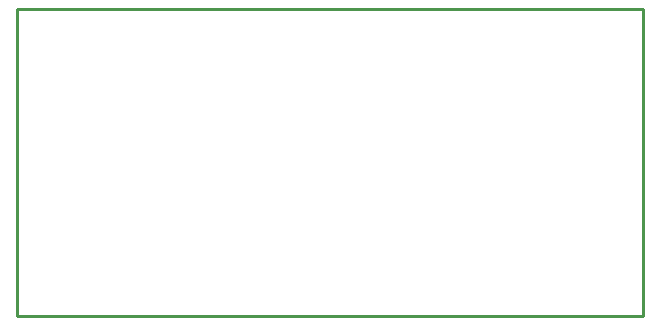
<source format=gm1>
G04 #@! TF.GenerationSoftware,KiCad,Pcbnew,(5.1.4)-1*
G04 #@! TF.CreationDate,2020-03-26T20:17:56-03:00*
G04 #@! TF.ProjectId,Protoboard-power,50726f74-6f62-46f6-9172-642d706f7765,rev?*
G04 #@! TF.SameCoordinates,Original*
G04 #@! TF.FileFunction,Profile,NP*
%FSLAX46Y46*%
G04 Gerber Fmt 4.6, Leading zero omitted, Abs format (unit mm)*
G04 Created by KiCad (PCBNEW (5.1.4)-1) date 2020-03-26 20:17:56*
%MOMM*%
%LPD*%
G04 APERTURE LIST*
%ADD10C,0.250000*%
G04 APERTURE END LIST*
D10*
X100000000Y-93564000D02*
X153000000Y-93564000D01*
X153000000Y-67564000D02*
X153000000Y-93564000D01*
X100000000Y-67564000D02*
X100000000Y-93564000D01*
X100000000Y-67564000D02*
X153000000Y-67564000D01*
M02*

</source>
